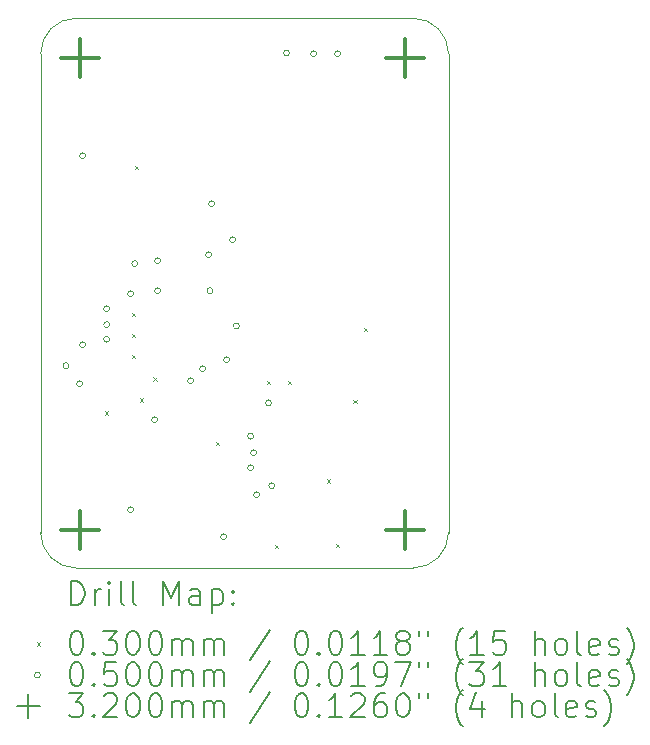
<source format=gbr>
%TF.GenerationSoftware,KiCad,Pcbnew,8.0.8*%
%TF.CreationDate,2025-04-02T15:42:16+05:30*%
%TF.ProjectId,STHDAQ_B1,53544844-4151-45f4-9231-2e6b69636164,rev?*%
%TF.SameCoordinates,Original*%
%TF.FileFunction,Drillmap*%
%TF.FilePolarity,Positive*%
%FSLAX45Y45*%
G04 Gerber Fmt 4.5, Leading zero omitted, Abs format (unit mm)*
G04 Created by KiCad (PCBNEW 8.0.8) date 2025-04-02 15:42:16*
%MOMM*%
%LPD*%
G01*
G04 APERTURE LIST*
%ADD10C,0.050000*%
%ADD11C,0.200000*%
%ADD12C,0.100000*%
%ADD13C,0.320000*%
G04 APERTURE END LIST*
D10*
X16921200Y-5135600D02*
G75*
G02*
X17221200Y-5435600I0J-300000D01*
G01*
X16921200Y-9790668D02*
X14066800Y-9790668D01*
X14066800Y-9790668D02*
G75*
G02*
X13766800Y-9490668I0J300000D01*
G01*
X17221200Y-5435600D02*
X17221200Y-9490668D01*
X17221200Y-9490668D02*
G75*
G02*
X16921200Y-9790668I-300000J0D01*
G01*
X13766800Y-9490668D02*
X13766800Y-5435600D01*
X14066800Y-5135600D02*
X16921200Y-5135600D01*
X13766800Y-5435600D02*
G75*
G02*
X14066800Y-5135600I300000J0D01*
G01*
D11*
D12*
X14310600Y-8464600D02*
X14340600Y-8494600D01*
X14340600Y-8464600D02*
X14310600Y-8494600D01*
X14538000Y-7630400D02*
X14568000Y-7660400D01*
X14568000Y-7630400D02*
X14538000Y-7660400D01*
X14539500Y-7808200D02*
X14569500Y-7838200D01*
X14569500Y-7808200D02*
X14539500Y-7838200D01*
X14539500Y-7986000D02*
X14569500Y-8016000D01*
X14569500Y-7986000D02*
X14539500Y-8016000D01*
X14564600Y-6384200D02*
X14594600Y-6414200D01*
X14594600Y-6384200D02*
X14564600Y-6414200D01*
X14605350Y-8351200D02*
X14635350Y-8381200D01*
X14635350Y-8351200D02*
X14605350Y-8381200D01*
X14720850Y-8177500D02*
X14750850Y-8207500D01*
X14750850Y-8177500D02*
X14720850Y-8207500D01*
X15250400Y-8722600D02*
X15280400Y-8752600D01*
X15280400Y-8722600D02*
X15250400Y-8752600D01*
X15682200Y-8205050D02*
X15712200Y-8235050D01*
X15712200Y-8205050D02*
X15682200Y-8235050D01*
X15749900Y-9594200D02*
X15779900Y-9624200D01*
X15779900Y-9594200D02*
X15749900Y-9624200D01*
X15860000Y-8205050D02*
X15890000Y-8235050D01*
X15890000Y-8205050D02*
X15860000Y-8235050D01*
X16190200Y-9038700D02*
X16220200Y-9068700D01*
X16220200Y-9038700D02*
X16190200Y-9068700D01*
X16266400Y-9586200D02*
X16296400Y-9616200D01*
X16296400Y-9586200D02*
X16266400Y-9616200D01*
X16414000Y-8364000D02*
X16444000Y-8394000D01*
X16444000Y-8364000D02*
X16414000Y-8394000D01*
X16503000Y-7755000D02*
X16533000Y-7785000D01*
X16533000Y-7755000D02*
X16503000Y-7785000D01*
X14006600Y-8077200D02*
G75*
G02*
X13956600Y-8077200I-25000J0D01*
G01*
X13956600Y-8077200D02*
G75*
G02*
X14006600Y-8077200I25000J0D01*
G01*
X14122000Y-8229600D02*
G75*
G02*
X14072000Y-8229600I-25000J0D01*
G01*
X14072000Y-8229600D02*
G75*
G02*
X14122000Y-8229600I25000J0D01*
G01*
X14147400Y-6299200D02*
G75*
G02*
X14097400Y-6299200I-25000J0D01*
G01*
X14097400Y-6299200D02*
G75*
G02*
X14147400Y-6299200I25000J0D01*
G01*
X14147400Y-7899400D02*
G75*
G02*
X14097400Y-7899400I-25000J0D01*
G01*
X14097400Y-7899400D02*
G75*
G02*
X14147400Y-7899400I25000J0D01*
G01*
X14350600Y-7594600D02*
G75*
G02*
X14300600Y-7594600I-25000J0D01*
G01*
X14300600Y-7594600D02*
G75*
G02*
X14350600Y-7594600I25000J0D01*
G01*
X14350600Y-7729600D02*
G75*
G02*
X14300600Y-7729600I-25000J0D01*
G01*
X14300600Y-7729600D02*
G75*
G02*
X14350600Y-7729600I25000J0D01*
G01*
X14350600Y-7854600D02*
G75*
G02*
X14300600Y-7854600I-25000J0D01*
G01*
X14300600Y-7854600D02*
G75*
G02*
X14350600Y-7854600I25000J0D01*
G01*
X14553800Y-7467600D02*
G75*
G02*
X14503800Y-7467600I-25000J0D01*
G01*
X14503800Y-7467600D02*
G75*
G02*
X14553800Y-7467600I25000J0D01*
G01*
X14553800Y-9296400D02*
G75*
G02*
X14503800Y-9296400I-25000J0D01*
G01*
X14503800Y-9296400D02*
G75*
G02*
X14553800Y-9296400I25000J0D01*
G01*
X14589133Y-7213600D02*
G75*
G02*
X14539133Y-7213600I-25000J0D01*
G01*
X14539133Y-7213600D02*
G75*
G02*
X14589133Y-7213600I25000J0D01*
G01*
X14757000Y-8534400D02*
G75*
G02*
X14707000Y-8534400I-25000J0D01*
G01*
X14707000Y-8534400D02*
G75*
G02*
X14757000Y-8534400I25000J0D01*
G01*
X14782400Y-7188200D02*
G75*
G02*
X14732400Y-7188200I-25000J0D01*
G01*
X14732400Y-7188200D02*
G75*
G02*
X14782400Y-7188200I25000J0D01*
G01*
X14782400Y-7442200D02*
G75*
G02*
X14732400Y-7442200I-25000J0D01*
G01*
X14732400Y-7442200D02*
G75*
G02*
X14782400Y-7442200I25000J0D01*
G01*
X15061800Y-8204200D02*
G75*
G02*
X15011800Y-8204200I-25000J0D01*
G01*
X15011800Y-8204200D02*
G75*
G02*
X15061800Y-8204200I25000J0D01*
G01*
X15163400Y-8102600D02*
G75*
G02*
X15113400Y-8102600I-25000J0D01*
G01*
X15113400Y-8102600D02*
G75*
G02*
X15163400Y-8102600I25000J0D01*
G01*
X15214200Y-7137400D02*
G75*
G02*
X15164200Y-7137400I-25000J0D01*
G01*
X15164200Y-7137400D02*
G75*
G02*
X15214200Y-7137400I25000J0D01*
G01*
X15225800Y-7442200D02*
G75*
G02*
X15175800Y-7442200I-25000J0D01*
G01*
X15175800Y-7442200D02*
G75*
G02*
X15225800Y-7442200I25000J0D01*
G01*
X15239600Y-6705600D02*
G75*
G02*
X15189600Y-6705600I-25000J0D01*
G01*
X15189600Y-6705600D02*
G75*
G02*
X15239600Y-6705600I25000J0D01*
G01*
X15341200Y-9525000D02*
G75*
G02*
X15291200Y-9525000I-25000J0D01*
G01*
X15291200Y-9525000D02*
G75*
G02*
X15341200Y-9525000I25000J0D01*
G01*
X15366600Y-8026400D02*
G75*
G02*
X15316600Y-8026400I-25000J0D01*
G01*
X15316600Y-8026400D02*
G75*
G02*
X15366600Y-8026400I25000J0D01*
G01*
X15417400Y-7010400D02*
G75*
G02*
X15367400Y-7010400I-25000J0D01*
G01*
X15367400Y-7010400D02*
G75*
G02*
X15417400Y-7010400I25000J0D01*
G01*
X15449050Y-7741250D02*
G75*
G02*
X15399050Y-7741250I-25000J0D01*
G01*
X15399050Y-7741250D02*
G75*
G02*
X15449050Y-7741250I25000J0D01*
G01*
X15569800Y-8940800D02*
G75*
G02*
X15519800Y-8940800I-25000J0D01*
G01*
X15519800Y-8940800D02*
G75*
G02*
X15569800Y-8940800I25000J0D01*
G01*
X15570540Y-8673960D02*
G75*
G02*
X15520540Y-8673960I-25000J0D01*
G01*
X15520540Y-8673960D02*
G75*
G02*
X15570540Y-8673960I25000J0D01*
G01*
X15595200Y-8813800D02*
G75*
G02*
X15545200Y-8813800I-25000J0D01*
G01*
X15545200Y-8813800D02*
G75*
G02*
X15595200Y-8813800I25000J0D01*
G01*
X15620600Y-9169400D02*
G75*
G02*
X15570600Y-9169400I-25000J0D01*
G01*
X15570600Y-9169400D02*
G75*
G02*
X15620600Y-9169400I25000J0D01*
G01*
X15722200Y-8392550D02*
G75*
G02*
X15672200Y-8392550I-25000J0D01*
G01*
X15672200Y-8392550D02*
G75*
G02*
X15722200Y-8392550I25000J0D01*
G01*
X15748840Y-9094440D02*
G75*
G02*
X15698840Y-9094440I-25000J0D01*
G01*
X15698840Y-9094440D02*
G75*
G02*
X15748840Y-9094440I25000J0D01*
G01*
X15874600Y-5430483D02*
G75*
G02*
X15824600Y-5430483I-25000J0D01*
G01*
X15824600Y-5430483D02*
G75*
G02*
X15874600Y-5430483I25000J0D01*
G01*
X16103200Y-5435600D02*
G75*
G02*
X16053200Y-5435600I-25000J0D01*
G01*
X16053200Y-5435600D02*
G75*
G02*
X16103200Y-5435600I25000J0D01*
G01*
X16306400Y-5435600D02*
G75*
G02*
X16256400Y-5435600I-25000J0D01*
G01*
X16256400Y-5435600D02*
G75*
G02*
X16306400Y-5435600I25000J0D01*
G01*
D13*
X14103000Y-5310500D02*
X14103000Y-5630500D01*
X13943000Y-5470500D02*
X14263000Y-5470500D01*
X14103000Y-9310500D02*
X14103000Y-9630500D01*
X13943000Y-9470500D02*
X14263000Y-9470500D01*
X16853000Y-5310500D02*
X16853000Y-5630500D01*
X16693000Y-5470500D02*
X17013000Y-5470500D01*
X16853000Y-9310500D02*
X16853000Y-9630500D01*
X16693000Y-9470500D02*
X17013000Y-9470500D01*
D11*
X14025077Y-10104652D02*
X14025077Y-9904652D01*
X14025077Y-9904652D02*
X14072696Y-9904652D01*
X14072696Y-9904652D02*
X14101267Y-9914176D01*
X14101267Y-9914176D02*
X14120315Y-9933223D01*
X14120315Y-9933223D02*
X14129839Y-9952271D01*
X14129839Y-9952271D02*
X14139362Y-9990366D01*
X14139362Y-9990366D02*
X14139362Y-10018938D01*
X14139362Y-10018938D02*
X14129839Y-10057033D01*
X14129839Y-10057033D02*
X14120315Y-10076080D01*
X14120315Y-10076080D02*
X14101267Y-10095128D01*
X14101267Y-10095128D02*
X14072696Y-10104652D01*
X14072696Y-10104652D02*
X14025077Y-10104652D01*
X14225077Y-10104652D02*
X14225077Y-9971318D01*
X14225077Y-10009414D02*
X14234601Y-9990366D01*
X14234601Y-9990366D02*
X14244124Y-9980842D01*
X14244124Y-9980842D02*
X14263172Y-9971318D01*
X14263172Y-9971318D02*
X14282220Y-9971318D01*
X14348886Y-10104652D02*
X14348886Y-9971318D01*
X14348886Y-9904652D02*
X14339362Y-9914176D01*
X14339362Y-9914176D02*
X14348886Y-9923699D01*
X14348886Y-9923699D02*
X14358410Y-9914176D01*
X14358410Y-9914176D02*
X14348886Y-9904652D01*
X14348886Y-9904652D02*
X14348886Y-9923699D01*
X14472696Y-10104652D02*
X14453648Y-10095128D01*
X14453648Y-10095128D02*
X14444124Y-10076080D01*
X14444124Y-10076080D02*
X14444124Y-9904652D01*
X14577458Y-10104652D02*
X14558410Y-10095128D01*
X14558410Y-10095128D02*
X14548886Y-10076080D01*
X14548886Y-10076080D02*
X14548886Y-9904652D01*
X14806029Y-10104652D02*
X14806029Y-9904652D01*
X14806029Y-9904652D02*
X14872696Y-10047509D01*
X14872696Y-10047509D02*
X14939362Y-9904652D01*
X14939362Y-9904652D02*
X14939362Y-10104652D01*
X15120315Y-10104652D02*
X15120315Y-9999890D01*
X15120315Y-9999890D02*
X15110791Y-9980842D01*
X15110791Y-9980842D02*
X15091743Y-9971318D01*
X15091743Y-9971318D02*
X15053648Y-9971318D01*
X15053648Y-9971318D02*
X15034601Y-9980842D01*
X15120315Y-10095128D02*
X15101267Y-10104652D01*
X15101267Y-10104652D02*
X15053648Y-10104652D01*
X15053648Y-10104652D02*
X15034601Y-10095128D01*
X15034601Y-10095128D02*
X15025077Y-10076080D01*
X15025077Y-10076080D02*
X15025077Y-10057033D01*
X15025077Y-10057033D02*
X15034601Y-10037985D01*
X15034601Y-10037985D02*
X15053648Y-10028461D01*
X15053648Y-10028461D02*
X15101267Y-10028461D01*
X15101267Y-10028461D02*
X15120315Y-10018938D01*
X15215553Y-9971318D02*
X15215553Y-10171318D01*
X15215553Y-9980842D02*
X15234601Y-9971318D01*
X15234601Y-9971318D02*
X15272696Y-9971318D01*
X15272696Y-9971318D02*
X15291743Y-9980842D01*
X15291743Y-9980842D02*
X15301267Y-9990366D01*
X15301267Y-9990366D02*
X15310791Y-10009414D01*
X15310791Y-10009414D02*
X15310791Y-10066557D01*
X15310791Y-10066557D02*
X15301267Y-10085604D01*
X15301267Y-10085604D02*
X15291743Y-10095128D01*
X15291743Y-10095128D02*
X15272696Y-10104652D01*
X15272696Y-10104652D02*
X15234601Y-10104652D01*
X15234601Y-10104652D02*
X15215553Y-10095128D01*
X15396505Y-10085604D02*
X15406029Y-10095128D01*
X15406029Y-10095128D02*
X15396505Y-10104652D01*
X15396505Y-10104652D02*
X15386982Y-10095128D01*
X15386982Y-10095128D02*
X15396505Y-10085604D01*
X15396505Y-10085604D02*
X15396505Y-10104652D01*
X15396505Y-9980842D02*
X15406029Y-9990366D01*
X15406029Y-9990366D02*
X15396505Y-9999890D01*
X15396505Y-9999890D02*
X15386982Y-9990366D01*
X15386982Y-9990366D02*
X15396505Y-9980842D01*
X15396505Y-9980842D02*
X15396505Y-9999890D01*
D12*
X13734300Y-10418168D02*
X13764300Y-10448168D01*
X13764300Y-10418168D02*
X13734300Y-10448168D01*
D11*
X14063172Y-10324652D02*
X14082220Y-10324652D01*
X14082220Y-10324652D02*
X14101267Y-10334176D01*
X14101267Y-10334176D02*
X14110791Y-10343699D01*
X14110791Y-10343699D02*
X14120315Y-10362747D01*
X14120315Y-10362747D02*
X14129839Y-10400842D01*
X14129839Y-10400842D02*
X14129839Y-10448461D01*
X14129839Y-10448461D02*
X14120315Y-10486557D01*
X14120315Y-10486557D02*
X14110791Y-10505604D01*
X14110791Y-10505604D02*
X14101267Y-10515128D01*
X14101267Y-10515128D02*
X14082220Y-10524652D01*
X14082220Y-10524652D02*
X14063172Y-10524652D01*
X14063172Y-10524652D02*
X14044124Y-10515128D01*
X14044124Y-10515128D02*
X14034601Y-10505604D01*
X14034601Y-10505604D02*
X14025077Y-10486557D01*
X14025077Y-10486557D02*
X14015553Y-10448461D01*
X14015553Y-10448461D02*
X14015553Y-10400842D01*
X14015553Y-10400842D02*
X14025077Y-10362747D01*
X14025077Y-10362747D02*
X14034601Y-10343699D01*
X14034601Y-10343699D02*
X14044124Y-10334176D01*
X14044124Y-10334176D02*
X14063172Y-10324652D01*
X14215553Y-10505604D02*
X14225077Y-10515128D01*
X14225077Y-10515128D02*
X14215553Y-10524652D01*
X14215553Y-10524652D02*
X14206029Y-10515128D01*
X14206029Y-10515128D02*
X14215553Y-10505604D01*
X14215553Y-10505604D02*
X14215553Y-10524652D01*
X14291743Y-10324652D02*
X14415553Y-10324652D01*
X14415553Y-10324652D02*
X14348886Y-10400842D01*
X14348886Y-10400842D02*
X14377458Y-10400842D01*
X14377458Y-10400842D02*
X14396505Y-10410366D01*
X14396505Y-10410366D02*
X14406029Y-10419890D01*
X14406029Y-10419890D02*
X14415553Y-10438938D01*
X14415553Y-10438938D02*
X14415553Y-10486557D01*
X14415553Y-10486557D02*
X14406029Y-10505604D01*
X14406029Y-10505604D02*
X14396505Y-10515128D01*
X14396505Y-10515128D02*
X14377458Y-10524652D01*
X14377458Y-10524652D02*
X14320315Y-10524652D01*
X14320315Y-10524652D02*
X14301267Y-10515128D01*
X14301267Y-10515128D02*
X14291743Y-10505604D01*
X14539362Y-10324652D02*
X14558410Y-10324652D01*
X14558410Y-10324652D02*
X14577458Y-10334176D01*
X14577458Y-10334176D02*
X14586982Y-10343699D01*
X14586982Y-10343699D02*
X14596505Y-10362747D01*
X14596505Y-10362747D02*
X14606029Y-10400842D01*
X14606029Y-10400842D02*
X14606029Y-10448461D01*
X14606029Y-10448461D02*
X14596505Y-10486557D01*
X14596505Y-10486557D02*
X14586982Y-10505604D01*
X14586982Y-10505604D02*
X14577458Y-10515128D01*
X14577458Y-10515128D02*
X14558410Y-10524652D01*
X14558410Y-10524652D02*
X14539362Y-10524652D01*
X14539362Y-10524652D02*
X14520315Y-10515128D01*
X14520315Y-10515128D02*
X14510791Y-10505604D01*
X14510791Y-10505604D02*
X14501267Y-10486557D01*
X14501267Y-10486557D02*
X14491743Y-10448461D01*
X14491743Y-10448461D02*
X14491743Y-10400842D01*
X14491743Y-10400842D02*
X14501267Y-10362747D01*
X14501267Y-10362747D02*
X14510791Y-10343699D01*
X14510791Y-10343699D02*
X14520315Y-10334176D01*
X14520315Y-10334176D02*
X14539362Y-10324652D01*
X14729839Y-10324652D02*
X14748886Y-10324652D01*
X14748886Y-10324652D02*
X14767934Y-10334176D01*
X14767934Y-10334176D02*
X14777458Y-10343699D01*
X14777458Y-10343699D02*
X14786982Y-10362747D01*
X14786982Y-10362747D02*
X14796505Y-10400842D01*
X14796505Y-10400842D02*
X14796505Y-10448461D01*
X14796505Y-10448461D02*
X14786982Y-10486557D01*
X14786982Y-10486557D02*
X14777458Y-10505604D01*
X14777458Y-10505604D02*
X14767934Y-10515128D01*
X14767934Y-10515128D02*
X14748886Y-10524652D01*
X14748886Y-10524652D02*
X14729839Y-10524652D01*
X14729839Y-10524652D02*
X14710791Y-10515128D01*
X14710791Y-10515128D02*
X14701267Y-10505604D01*
X14701267Y-10505604D02*
X14691743Y-10486557D01*
X14691743Y-10486557D02*
X14682220Y-10448461D01*
X14682220Y-10448461D02*
X14682220Y-10400842D01*
X14682220Y-10400842D02*
X14691743Y-10362747D01*
X14691743Y-10362747D02*
X14701267Y-10343699D01*
X14701267Y-10343699D02*
X14710791Y-10334176D01*
X14710791Y-10334176D02*
X14729839Y-10324652D01*
X14882220Y-10524652D02*
X14882220Y-10391318D01*
X14882220Y-10410366D02*
X14891743Y-10400842D01*
X14891743Y-10400842D02*
X14910791Y-10391318D01*
X14910791Y-10391318D02*
X14939363Y-10391318D01*
X14939363Y-10391318D02*
X14958410Y-10400842D01*
X14958410Y-10400842D02*
X14967934Y-10419890D01*
X14967934Y-10419890D02*
X14967934Y-10524652D01*
X14967934Y-10419890D02*
X14977458Y-10400842D01*
X14977458Y-10400842D02*
X14996505Y-10391318D01*
X14996505Y-10391318D02*
X15025077Y-10391318D01*
X15025077Y-10391318D02*
X15044124Y-10400842D01*
X15044124Y-10400842D02*
X15053648Y-10419890D01*
X15053648Y-10419890D02*
X15053648Y-10524652D01*
X15148886Y-10524652D02*
X15148886Y-10391318D01*
X15148886Y-10410366D02*
X15158410Y-10400842D01*
X15158410Y-10400842D02*
X15177458Y-10391318D01*
X15177458Y-10391318D02*
X15206029Y-10391318D01*
X15206029Y-10391318D02*
X15225077Y-10400842D01*
X15225077Y-10400842D02*
X15234601Y-10419890D01*
X15234601Y-10419890D02*
X15234601Y-10524652D01*
X15234601Y-10419890D02*
X15244124Y-10400842D01*
X15244124Y-10400842D02*
X15263172Y-10391318D01*
X15263172Y-10391318D02*
X15291743Y-10391318D01*
X15291743Y-10391318D02*
X15310791Y-10400842D01*
X15310791Y-10400842D02*
X15320315Y-10419890D01*
X15320315Y-10419890D02*
X15320315Y-10524652D01*
X15710791Y-10315128D02*
X15539363Y-10572271D01*
X15967934Y-10324652D02*
X15986982Y-10324652D01*
X15986982Y-10324652D02*
X16006029Y-10334176D01*
X16006029Y-10334176D02*
X16015553Y-10343699D01*
X16015553Y-10343699D02*
X16025077Y-10362747D01*
X16025077Y-10362747D02*
X16034601Y-10400842D01*
X16034601Y-10400842D02*
X16034601Y-10448461D01*
X16034601Y-10448461D02*
X16025077Y-10486557D01*
X16025077Y-10486557D02*
X16015553Y-10505604D01*
X16015553Y-10505604D02*
X16006029Y-10515128D01*
X16006029Y-10515128D02*
X15986982Y-10524652D01*
X15986982Y-10524652D02*
X15967934Y-10524652D01*
X15967934Y-10524652D02*
X15948886Y-10515128D01*
X15948886Y-10515128D02*
X15939363Y-10505604D01*
X15939363Y-10505604D02*
X15929839Y-10486557D01*
X15929839Y-10486557D02*
X15920315Y-10448461D01*
X15920315Y-10448461D02*
X15920315Y-10400842D01*
X15920315Y-10400842D02*
X15929839Y-10362747D01*
X15929839Y-10362747D02*
X15939363Y-10343699D01*
X15939363Y-10343699D02*
X15948886Y-10334176D01*
X15948886Y-10334176D02*
X15967934Y-10324652D01*
X16120315Y-10505604D02*
X16129839Y-10515128D01*
X16129839Y-10515128D02*
X16120315Y-10524652D01*
X16120315Y-10524652D02*
X16110791Y-10515128D01*
X16110791Y-10515128D02*
X16120315Y-10505604D01*
X16120315Y-10505604D02*
X16120315Y-10524652D01*
X16253648Y-10324652D02*
X16272696Y-10324652D01*
X16272696Y-10324652D02*
X16291744Y-10334176D01*
X16291744Y-10334176D02*
X16301267Y-10343699D01*
X16301267Y-10343699D02*
X16310791Y-10362747D01*
X16310791Y-10362747D02*
X16320315Y-10400842D01*
X16320315Y-10400842D02*
X16320315Y-10448461D01*
X16320315Y-10448461D02*
X16310791Y-10486557D01*
X16310791Y-10486557D02*
X16301267Y-10505604D01*
X16301267Y-10505604D02*
X16291744Y-10515128D01*
X16291744Y-10515128D02*
X16272696Y-10524652D01*
X16272696Y-10524652D02*
X16253648Y-10524652D01*
X16253648Y-10524652D02*
X16234601Y-10515128D01*
X16234601Y-10515128D02*
X16225077Y-10505604D01*
X16225077Y-10505604D02*
X16215553Y-10486557D01*
X16215553Y-10486557D02*
X16206029Y-10448461D01*
X16206029Y-10448461D02*
X16206029Y-10400842D01*
X16206029Y-10400842D02*
X16215553Y-10362747D01*
X16215553Y-10362747D02*
X16225077Y-10343699D01*
X16225077Y-10343699D02*
X16234601Y-10334176D01*
X16234601Y-10334176D02*
X16253648Y-10324652D01*
X16510791Y-10524652D02*
X16396506Y-10524652D01*
X16453648Y-10524652D02*
X16453648Y-10324652D01*
X16453648Y-10324652D02*
X16434601Y-10353223D01*
X16434601Y-10353223D02*
X16415553Y-10372271D01*
X16415553Y-10372271D02*
X16396506Y-10381795D01*
X16701267Y-10524652D02*
X16586982Y-10524652D01*
X16644125Y-10524652D02*
X16644125Y-10324652D01*
X16644125Y-10324652D02*
X16625077Y-10353223D01*
X16625077Y-10353223D02*
X16606029Y-10372271D01*
X16606029Y-10372271D02*
X16586982Y-10381795D01*
X16815553Y-10410366D02*
X16796506Y-10400842D01*
X16796506Y-10400842D02*
X16786982Y-10391318D01*
X16786982Y-10391318D02*
X16777458Y-10372271D01*
X16777458Y-10372271D02*
X16777458Y-10362747D01*
X16777458Y-10362747D02*
X16786982Y-10343699D01*
X16786982Y-10343699D02*
X16796506Y-10334176D01*
X16796506Y-10334176D02*
X16815553Y-10324652D01*
X16815553Y-10324652D02*
X16853649Y-10324652D01*
X16853649Y-10324652D02*
X16872696Y-10334176D01*
X16872696Y-10334176D02*
X16882220Y-10343699D01*
X16882220Y-10343699D02*
X16891744Y-10362747D01*
X16891744Y-10362747D02*
X16891744Y-10372271D01*
X16891744Y-10372271D02*
X16882220Y-10391318D01*
X16882220Y-10391318D02*
X16872696Y-10400842D01*
X16872696Y-10400842D02*
X16853649Y-10410366D01*
X16853649Y-10410366D02*
X16815553Y-10410366D01*
X16815553Y-10410366D02*
X16796506Y-10419890D01*
X16796506Y-10419890D02*
X16786982Y-10429414D01*
X16786982Y-10429414D02*
X16777458Y-10448461D01*
X16777458Y-10448461D02*
X16777458Y-10486557D01*
X16777458Y-10486557D02*
X16786982Y-10505604D01*
X16786982Y-10505604D02*
X16796506Y-10515128D01*
X16796506Y-10515128D02*
X16815553Y-10524652D01*
X16815553Y-10524652D02*
X16853649Y-10524652D01*
X16853649Y-10524652D02*
X16872696Y-10515128D01*
X16872696Y-10515128D02*
X16882220Y-10505604D01*
X16882220Y-10505604D02*
X16891744Y-10486557D01*
X16891744Y-10486557D02*
X16891744Y-10448461D01*
X16891744Y-10448461D02*
X16882220Y-10429414D01*
X16882220Y-10429414D02*
X16872696Y-10419890D01*
X16872696Y-10419890D02*
X16853649Y-10410366D01*
X16967934Y-10324652D02*
X16967934Y-10362747D01*
X17044125Y-10324652D02*
X17044125Y-10362747D01*
X17339363Y-10600842D02*
X17329839Y-10591318D01*
X17329839Y-10591318D02*
X17310791Y-10562747D01*
X17310791Y-10562747D02*
X17301268Y-10543699D01*
X17301268Y-10543699D02*
X17291744Y-10515128D01*
X17291744Y-10515128D02*
X17282220Y-10467509D01*
X17282220Y-10467509D02*
X17282220Y-10429414D01*
X17282220Y-10429414D02*
X17291744Y-10381795D01*
X17291744Y-10381795D02*
X17301268Y-10353223D01*
X17301268Y-10353223D02*
X17310791Y-10334176D01*
X17310791Y-10334176D02*
X17329839Y-10305604D01*
X17329839Y-10305604D02*
X17339363Y-10296080D01*
X17520315Y-10524652D02*
X17406030Y-10524652D01*
X17463172Y-10524652D02*
X17463172Y-10324652D01*
X17463172Y-10324652D02*
X17444125Y-10353223D01*
X17444125Y-10353223D02*
X17425077Y-10372271D01*
X17425077Y-10372271D02*
X17406030Y-10381795D01*
X17701268Y-10324652D02*
X17606030Y-10324652D01*
X17606030Y-10324652D02*
X17596506Y-10419890D01*
X17596506Y-10419890D02*
X17606030Y-10410366D01*
X17606030Y-10410366D02*
X17625077Y-10400842D01*
X17625077Y-10400842D02*
X17672696Y-10400842D01*
X17672696Y-10400842D02*
X17691744Y-10410366D01*
X17691744Y-10410366D02*
X17701268Y-10419890D01*
X17701268Y-10419890D02*
X17710791Y-10438938D01*
X17710791Y-10438938D02*
X17710791Y-10486557D01*
X17710791Y-10486557D02*
X17701268Y-10505604D01*
X17701268Y-10505604D02*
X17691744Y-10515128D01*
X17691744Y-10515128D02*
X17672696Y-10524652D01*
X17672696Y-10524652D02*
X17625077Y-10524652D01*
X17625077Y-10524652D02*
X17606030Y-10515128D01*
X17606030Y-10515128D02*
X17596506Y-10505604D01*
X17948887Y-10524652D02*
X17948887Y-10324652D01*
X18034601Y-10524652D02*
X18034601Y-10419890D01*
X18034601Y-10419890D02*
X18025077Y-10400842D01*
X18025077Y-10400842D02*
X18006030Y-10391318D01*
X18006030Y-10391318D02*
X17977458Y-10391318D01*
X17977458Y-10391318D02*
X17958411Y-10400842D01*
X17958411Y-10400842D02*
X17948887Y-10410366D01*
X18158411Y-10524652D02*
X18139363Y-10515128D01*
X18139363Y-10515128D02*
X18129839Y-10505604D01*
X18129839Y-10505604D02*
X18120315Y-10486557D01*
X18120315Y-10486557D02*
X18120315Y-10429414D01*
X18120315Y-10429414D02*
X18129839Y-10410366D01*
X18129839Y-10410366D02*
X18139363Y-10400842D01*
X18139363Y-10400842D02*
X18158411Y-10391318D01*
X18158411Y-10391318D02*
X18186982Y-10391318D01*
X18186982Y-10391318D02*
X18206030Y-10400842D01*
X18206030Y-10400842D02*
X18215553Y-10410366D01*
X18215553Y-10410366D02*
X18225077Y-10429414D01*
X18225077Y-10429414D02*
X18225077Y-10486557D01*
X18225077Y-10486557D02*
X18215553Y-10505604D01*
X18215553Y-10505604D02*
X18206030Y-10515128D01*
X18206030Y-10515128D02*
X18186982Y-10524652D01*
X18186982Y-10524652D02*
X18158411Y-10524652D01*
X18339363Y-10524652D02*
X18320315Y-10515128D01*
X18320315Y-10515128D02*
X18310792Y-10496080D01*
X18310792Y-10496080D02*
X18310792Y-10324652D01*
X18491744Y-10515128D02*
X18472696Y-10524652D01*
X18472696Y-10524652D02*
X18434601Y-10524652D01*
X18434601Y-10524652D02*
X18415553Y-10515128D01*
X18415553Y-10515128D02*
X18406030Y-10496080D01*
X18406030Y-10496080D02*
X18406030Y-10419890D01*
X18406030Y-10419890D02*
X18415553Y-10400842D01*
X18415553Y-10400842D02*
X18434601Y-10391318D01*
X18434601Y-10391318D02*
X18472696Y-10391318D01*
X18472696Y-10391318D02*
X18491744Y-10400842D01*
X18491744Y-10400842D02*
X18501268Y-10419890D01*
X18501268Y-10419890D02*
X18501268Y-10438938D01*
X18501268Y-10438938D02*
X18406030Y-10457985D01*
X18577458Y-10515128D02*
X18596506Y-10524652D01*
X18596506Y-10524652D02*
X18634601Y-10524652D01*
X18634601Y-10524652D02*
X18653649Y-10515128D01*
X18653649Y-10515128D02*
X18663173Y-10496080D01*
X18663173Y-10496080D02*
X18663173Y-10486557D01*
X18663173Y-10486557D02*
X18653649Y-10467509D01*
X18653649Y-10467509D02*
X18634601Y-10457985D01*
X18634601Y-10457985D02*
X18606030Y-10457985D01*
X18606030Y-10457985D02*
X18586982Y-10448461D01*
X18586982Y-10448461D02*
X18577458Y-10429414D01*
X18577458Y-10429414D02*
X18577458Y-10419890D01*
X18577458Y-10419890D02*
X18586982Y-10400842D01*
X18586982Y-10400842D02*
X18606030Y-10391318D01*
X18606030Y-10391318D02*
X18634601Y-10391318D01*
X18634601Y-10391318D02*
X18653649Y-10400842D01*
X18729839Y-10600842D02*
X18739363Y-10591318D01*
X18739363Y-10591318D02*
X18758411Y-10562747D01*
X18758411Y-10562747D02*
X18767934Y-10543699D01*
X18767934Y-10543699D02*
X18777458Y-10515128D01*
X18777458Y-10515128D02*
X18786982Y-10467509D01*
X18786982Y-10467509D02*
X18786982Y-10429414D01*
X18786982Y-10429414D02*
X18777458Y-10381795D01*
X18777458Y-10381795D02*
X18767934Y-10353223D01*
X18767934Y-10353223D02*
X18758411Y-10334176D01*
X18758411Y-10334176D02*
X18739363Y-10305604D01*
X18739363Y-10305604D02*
X18729839Y-10296080D01*
D12*
X13764300Y-10697168D02*
G75*
G02*
X13714300Y-10697168I-25000J0D01*
G01*
X13714300Y-10697168D02*
G75*
G02*
X13764300Y-10697168I25000J0D01*
G01*
D11*
X14063172Y-10588652D02*
X14082220Y-10588652D01*
X14082220Y-10588652D02*
X14101267Y-10598176D01*
X14101267Y-10598176D02*
X14110791Y-10607699D01*
X14110791Y-10607699D02*
X14120315Y-10626747D01*
X14120315Y-10626747D02*
X14129839Y-10664842D01*
X14129839Y-10664842D02*
X14129839Y-10712461D01*
X14129839Y-10712461D02*
X14120315Y-10750557D01*
X14120315Y-10750557D02*
X14110791Y-10769604D01*
X14110791Y-10769604D02*
X14101267Y-10779128D01*
X14101267Y-10779128D02*
X14082220Y-10788652D01*
X14082220Y-10788652D02*
X14063172Y-10788652D01*
X14063172Y-10788652D02*
X14044124Y-10779128D01*
X14044124Y-10779128D02*
X14034601Y-10769604D01*
X14034601Y-10769604D02*
X14025077Y-10750557D01*
X14025077Y-10750557D02*
X14015553Y-10712461D01*
X14015553Y-10712461D02*
X14015553Y-10664842D01*
X14015553Y-10664842D02*
X14025077Y-10626747D01*
X14025077Y-10626747D02*
X14034601Y-10607699D01*
X14034601Y-10607699D02*
X14044124Y-10598176D01*
X14044124Y-10598176D02*
X14063172Y-10588652D01*
X14215553Y-10769604D02*
X14225077Y-10779128D01*
X14225077Y-10779128D02*
X14215553Y-10788652D01*
X14215553Y-10788652D02*
X14206029Y-10779128D01*
X14206029Y-10779128D02*
X14215553Y-10769604D01*
X14215553Y-10769604D02*
X14215553Y-10788652D01*
X14406029Y-10588652D02*
X14310791Y-10588652D01*
X14310791Y-10588652D02*
X14301267Y-10683890D01*
X14301267Y-10683890D02*
X14310791Y-10674366D01*
X14310791Y-10674366D02*
X14329839Y-10664842D01*
X14329839Y-10664842D02*
X14377458Y-10664842D01*
X14377458Y-10664842D02*
X14396505Y-10674366D01*
X14396505Y-10674366D02*
X14406029Y-10683890D01*
X14406029Y-10683890D02*
X14415553Y-10702938D01*
X14415553Y-10702938D02*
X14415553Y-10750557D01*
X14415553Y-10750557D02*
X14406029Y-10769604D01*
X14406029Y-10769604D02*
X14396505Y-10779128D01*
X14396505Y-10779128D02*
X14377458Y-10788652D01*
X14377458Y-10788652D02*
X14329839Y-10788652D01*
X14329839Y-10788652D02*
X14310791Y-10779128D01*
X14310791Y-10779128D02*
X14301267Y-10769604D01*
X14539362Y-10588652D02*
X14558410Y-10588652D01*
X14558410Y-10588652D02*
X14577458Y-10598176D01*
X14577458Y-10598176D02*
X14586982Y-10607699D01*
X14586982Y-10607699D02*
X14596505Y-10626747D01*
X14596505Y-10626747D02*
X14606029Y-10664842D01*
X14606029Y-10664842D02*
X14606029Y-10712461D01*
X14606029Y-10712461D02*
X14596505Y-10750557D01*
X14596505Y-10750557D02*
X14586982Y-10769604D01*
X14586982Y-10769604D02*
X14577458Y-10779128D01*
X14577458Y-10779128D02*
X14558410Y-10788652D01*
X14558410Y-10788652D02*
X14539362Y-10788652D01*
X14539362Y-10788652D02*
X14520315Y-10779128D01*
X14520315Y-10779128D02*
X14510791Y-10769604D01*
X14510791Y-10769604D02*
X14501267Y-10750557D01*
X14501267Y-10750557D02*
X14491743Y-10712461D01*
X14491743Y-10712461D02*
X14491743Y-10664842D01*
X14491743Y-10664842D02*
X14501267Y-10626747D01*
X14501267Y-10626747D02*
X14510791Y-10607699D01*
X14510791Y-10607699D02*
X14520315Y-10598176D01*
X14520315Y-10598176D02*
X14539362Y-10588652D01*
X14729839Y-10588652D02*
X14748886Y-10588652D01*
X14748886Y-10588652D02*
X14767934Y-10598176D01*
X14767934Y-10598176D02*
X14777458Y-10607699D01*
X14777458Y-10607699D02*
X14786982Y-10626747D01*
X14786982Y-10626747D02*
X14796505Y-10664842D01*
X14796505Y-10664842D02*
X14796505Y-10712461D01*
X14796505Y-10712461D02*
X14786982Y-10750557D01*
X14786982Y-10750557D02*
X14777458Y-10769604D01*
X14777458Y-10769604D02*
X14767934Y-10779128D01*
X14767934Y-10779128D02*
X14748886Y-10788652D01*
X14748886Y-10788652D02*
X14729839Y-10788652D01*
X14729839Y-10788652D02*
X14710791Y-10779128D01*
X14710791Y-10779128D02*
X14701267Y-10769604D01*
X14701267Y-10769604D02*
X14691743Y-10750557D01*
X14691743Y-10750557D02*
X14682220Y-10712461D01*
X14682220Y-10712461D02*
X14682220Y-10664842D01*
X14682220Y-10664842D02*
X14691743Y-10626747D01*
X14691743Y-10626747D02*
X14701267Y-10607699D01*
X14701267Y-10607699D02*
X14710791Y-10598176D01*
X14710791Y-10598176D02*
X14729839Y-10588652D01*
X14882220Y-10788652D02*
X14882220Y-10655318D01*
X14882220Y-10674366D02*
X14891743Y-10664842D01*
X14891743Y-10664842D02*
X14910791Y-10655318D01*
X14910791Y-10655318D02*
X14939363Y-10655318D01*
X14939363Y-10655318D02*
X14958410Y-10664842D01*
X14958410Y-10664842D02*
X14967934Y-10683890D01*
X14967934Y-10683890D02*
X14967934Y-10788652D01*
X14967934Y-10683890D02*
X14977458Y-10664842D01*
X14977458Y-10664842D02*
X14996505Y-10655318D01*
X14996505Y-10655318D02*
X15025077Y-10655318D01*
X15025077Y-10655318D02*
X15044124Y-10664842D01*
X15044124Y-10664842D02*
X15053648Y-10683890D01*
X15053648Y-10683890D02*
X15053648Y-10788652D01*
X15148886Y-10788652D02*
X15148886Y-10655318D01*
X15148886Y-10674366D02*
X15158410Y-10664842D01*
X15158410Y-10664842D02*
X15177458Y-10655318D01*
X15177458Y-10655318D02*
X15206029Y-10655318D01*
X15206029Y-10655318D02*
X15225077Y-10664842D01*
X15225077Y-10664842D02*
X15234601Y-10683890D01*
X15234601Y-10683890D02*
X15234601Y-10788652D01*
X15234601Y-10683890D02*
X15244124Y-10664842D01*
X15244124Y-10664842D02*
X15263172Y-10655318D01*
X15263172Y-10655318D02*
X15291743Y-10655318D01*
X15291743Y-10655318D02*
X15310791Y-10664842D01*
X15310791Y-10664842D02*
X15320315Y-10683890D01*
X15320315Y-10683890D02*
X15320315Y-10788652D01*
X15710791Y-10579128D02*
X15539363Y-10836271D01*
X15967934Y-10588652D02*
X15986982Y-10588652D01*
X15986982Y-10588652D02*
X16006029Y-10598176D01*
X16006029Y-10598176D02*
X16015553Y-10607699D01*
X16015553Y-10607699D02*
X16025077Y-10626747D01*
X16025077Y-10626747D02*
X16034601Y-10664842D01*
X16034601Y-10664842D02*
X16034601Y-10712461D01*
X16034601Y-10712461D02*
X16025077Y-10750557D01*
X16025077Y-10750557D02*
X16015553Y-10769604D01*
X16015553Y-10769604D02*
X16006029Y-10779128D01*
X16006029Y-10779128D02*
X15986982Y-10788652D01*
X15986982Y-10788652D02*
X15967934Y-10788652D01*
X15967934Y-10788652D02*
X15948886Y-10779128D01*
X15948886Y-10779128D02*
X15939363Y-10769604D01*
X15939363Y-10769604D02*
X15929839Y-10750557D01*
X15929839Y-10750557D02*
X15920315Y-10712461D01*
X15920315Y-10712461D02*
X15920315Y-10664842D01*
X15920315Y-10664842D02*
X15929839Y-10626747D01*
X15929839Y-10626747D02*
X15939363Y-10607699D01*
X15939363Y-10607699D02*
X15948886Y-10598176D01*
X15948886Y-10598176D02*
X15967934Y-10588652D01*
X16120315Y-10769604D02*
X16129839Y-10779128D01*
X16129839Y-10779128D02*
X16120315Y-10788652D01*
X16120315Y-10788652D02*
X16110791Y-10779128D01*
X16110791Y-10779128D02*
X16120315Y-10769604D01*
X16120315Y-10769604D02*
X16120315Y-10788652D01*
X16253648Y-10588652D02*
X16272696Y-10588652D01*
X16272696Y-10588652D02*
X16291744Y-10598176D01*
X16291744Y-10598176D02*
X16301267Y-10607699D01*
X16301267Y-10607699D02*
X16310791Y-10626747D01*
X16310791Y-10626747D02*
X16320315Y-10664842D01*
X16320315Y-10664842D02*
X16320315Y-10712461D01*
X16320315Y-10712461D02*
X16310791Y-10750557D01*
X16310791Y-10750557D02*
X16301267Y-10769604D01*
X16301267Y-10769604D02*
X16291744Y-10779128D01*
X16291744Y-10779128D02*
X16272696Y-10788652D01*
X16272696Y-10788652D02*
X16253648Y-10788652D01*
X16253648Y-10788652D02*
X16234601Y-10779128D01*
X16234601Y-10779128D02*
X16225077Y-10769604D01*
X16225077Y-10769604D02*
X16215553Y-10750557D01*
X16215553Y-10750557D02*
X16206029Y-10712461D01*
X16206029Y-10712461D02*
X16206029Y-10664842D01*
X16206029Y-10664842D02*
X16215553Y-10626747D01*
X16215553Y-10626747D02*
X16225077Y-10607699D01*
X16225077Y-10607699D02*
X16234601Y-10598176D01*
X16234601Y-10598176D02*
X16253648Y-10588652D01*
X16510791Y-10788652D02*
X16396506Y-10788652D01*
X16453648Y-10788652D02*
X16453648Y-10588652D01*
X16453648Y-10588652D02*
X16434601Y-10617223D01*
X16434601Y-10617223D02*
X16415553Y-10636271D01*
X16415553Y-10636271D02*
X16396506Y-10645795D01*
X16606029Y-10788652D02*
X16644125Y-10788652D01*
X16644125Y-10788652D02*
X16663172Y-10779128D01*
X16663172Y-10779128D02*
X16672696Y-10769604D01*
X16672696Y-10769604D02*
X16691744Y-10741033D01*
X16691744Y-10741033D02*
X16701267Y-10702938D01*
X16701267Y-10702938D02*
X16701267Y-10626747D01*
X16701267Y-10626747D02*
X16691744Y-10607699D01*
X16691744Y-10607699D02*
X16682220Y-10598176D01*
X16682220Y-10598176D02*
X16663172Y-10588652D01*
X16663172Y-10588652D02*
X16625077Y-10588652D01*
X16625077Y-10588652D02*
X16606029Y-10598176D01*
X16606029Y-10598176D02*
X16596506Y-10607699D01*
X16596506Y-10607699D02*
X16586982Y-10626747D01*
X16586982Y-10626747D02*
X16586982Y-10674366D01*
X16586982Y-10674366D02*
X16596506Y-10693414D01*
X16596506Y-10693414D02*
X16606029Y-10702938D01*
X16606029Y-10702938D02*
X16625077Y-10712461D01*
X16625077Y-10712461D02*
X16663172Y-10712461D01*
X16663172Y-10712461D02*
X16682220Y-10702938D01*
X16682220Y-10702938D02*
X16691744Y-10693414D01*
X16691744Y-10693414D02*
X16701267Y-10674366D01*
X16767934Y-10588652D02*
X16901268Y-10588652D01*
X16901268Y-10588652D02*
X16815553Y-10788652D01*
X16967934Y-10588652D02*
X16967934Y-10626747D01*
X17044125Y-10588652D02*
X17044125Y-10626747D01*
X17339363Y-10864842D02*
X17329839Y-10855318D01*
X17329839Y-10855318D02*
X17310791Y-10826747D01*
X17310791Y-10826747D02*
X17301268Y-10807699D01*
X17301268Y-10807699D02*
X17291744Y-10779128D01*
X17291744Y-10779128D02*
X17282220Y-10731509D01*
X17282220Y-10731509D02*
X17282220Y-10693414D01*
X17282220Y-10693414D02*
X17291744Y-10645795D01*
X17291744Y-10645795D02*
X17301268Y-10617223D01*
X17301268Y-10617223D02*
X17310791Y-10598176D01*
X17310791Y-10598176D02*
X17329839Y-10569604D01*
X17329839Y-10569604D02*
X17339363Y-10560080D01*
X17396506Y-10588652D02*
X17520315Y-10588652D01*
X17520315Y-10588652D02*
X17453649Y-10664842D01*
X17453649Y-10664842D02*
X17482220Y-10664842D01*
X17482220Y-10664842D02*
X17501268Y-10674366D01*
X17501268Y-10674366D02*
X17510791Y-10683890D01*
X17510791Y-10683890D02*
X17520315Y-10702938D01*
X17520315Y-10702938D02*
X17520315Y-10750557D01*
X17520315Y-10750557D02*
X17510791Y-10769604D01*
X17510791Y-10769604D02*
X17501268Y-10779128D01*
X17501268Y-10779128D02*
X17482220Y-10788652D01*
X17482220Y-10788652D02*
X17425077Y-10788652D01*
X17425077Y-10788652D02*
X17406030Y-10779128D01*
X17406030Y-10779128D02*
X17396506Y-10769604D01*
X17710791Y-10788652D02*
X17596506Y-10788652D01*
X17653649Y-10788652D02*
X17653649Y-10588652D01*
X17653649Y-10588652D02*
X17634601Y-10617223D01*
X17634601Y-10617223D02*
X17615553Y-10636271D01*
X17615553Y-10636271D02*
X17596506Y-10645795D01*
X17948887Y-10788652D02*
X17948887Y-10588652D01*
X18034601Y-10788652D02*
X18034601Y-10683890D01*
X18034601Y-10683890D02*
X18025077Y-10664842D01*
X18025077Y-10664842D02*
X18006030Y-10655318D01*
X18006030Y-10655318D02*
X17977458Y-10655318D01*
X17977458Y-10655318D02*
X17958411Y-10664842D01*
X17958411Y-10664842D02*
X17948887Y-10674366D01*
X18158411Y-10788652D02*
X18139363Y-10779128D01*
X18139363Y-10779128D02*
X18129839Y-10769604D01*
X18129839Y-10769604D02*
X18120315Y-10750557D01*
X18120315Y-10750557D02*
X18120315Y-10693414D01*
X18120315Y-10693414D02*
X18129839Y-10674366D01*
X18129839Y-10674366D02*
X18139363Y-10664842D01*
X18139363Y-10664842D02*
X18158411Y-10655318D01*
X18158411Y-10655318D02*
X18186982Y-10655318D01*
X18186982Y-10655318D02*
X18206030Y-10664842D01*
X18206030Y-10664842D02*
X18215553Y-10674366D01*
X18215553Y-10674366D02*
X18225077Y-10693414D01*
X18225077Y-10693414D02*
X18225077Y-10750557D01*
X18225077Y-10750557D02*
X18215553Y-10769604D01*
X18215553Y-10769604D02*
X18206030Y-10779128D01*
X18206030Y-10779128D02*
X18186982Y-10788652D01*
X18186982Y-10788652D02*
X18158411Y-10788652D01*
X18339363Y-10788652D02*
X18320315Y-10779128D01*
X18320315Y-10779128D02*
X18310792Y-10760080D01*
X18310792Y-10760080D02*
X18310792Y-10588652D01*
X18491744Y-10779128D02*
X18472696Y-10788652D01*
X18472696Y-10788652D02*
X18434601Y-10788652D01*
X18434601Y-10788652D02*
X18415553Y-10779128D01*
X18415553Y-10779128D02*
X18406030Y-10760080D01*
X18406030Y-10760080D02*
X18406030Y-10683890D01*
X18406030Y-10683890D02*
X18415553Y-10664842D01*
X18415553Y-10664842D02*
X18434601Y-10655318D01*
X18434601Y-10655318D02*
X18472696Y-10655318D01*
X18472696Y-10655318D02*
X18491744Y-10664842D01*
X18491744Y-10664842D02*
X18501268Y-10683890D01*
X18501268Y-10683890D02*
X18501268Y-10702938D01*
X18501268Y-10702938D02*
X18406030Y-10721985D01*
X18577458Y-10779128D02*
X18596506Y-10788652D01*
X18596506Y-10788652D02*
X18634601Y-10788652D01*
X18634601Y-10788652D02*
X18653649Y-10779128D01*
X18653649Y-10779128D02*
X18663173Y-10760080D01*
X18663173Y-10760080D02*
X18663173Y-10750557D01*
X18663173Y-10750557D02*
X18653649Y-10731509D01*
X18653649Y-10731509D02*
X18634601Y-10721985D01*
X18634601Y-10721985D02*
X18606030Y-10721985D01*
X18606030Y-10721985D02*
X18586982Y-10712461D01*
X18586982Y-10712461D02*
X18577458Y-10693414D01*
X18577458Y-10693414D02*
X18577458Y-10683890D01*
X18577458Y-10683890D02*
X18586982Y-10664842D01*
X18586982Y-10664842D02*
X18606030Y-10655318D01*
X18606030Y-10655318D02*
X18634601Y-10655318D01*
X18634601Y-10655318D02*
X18653649Y-10664842D01*
X18729839Y-10864842D02*
X18739363Y-10855318D01*
X18739363Y-10855318D02*
X18758411Y-10826747D01*
X18758411Y-10826747D02*
X18767934Y-10807699D01*
X18767934Y-10807699D02*
X18777458Y-10779128D01*
X18777458Y-10779128D02*
X18786982Y-10731509D01*
X18786982Y-10731509D02*
X18786982Y-10693414D01*
X18786982Y-10693414D02*
X18777458Y-10645795D01*
X18777458Y-10645795D02*
X18767934Y-10617223D01*
X18767934Y-10617223D02*
X18758411Y-10598176D01*
X18758411Y-10598176D02*
X18739363Y-10569604D01*
X18739363Y-10569604D02*
X18729839Y-10560080D01*
X13664300Y-10861168D02*
X13664300Y-11061168D01*
X13564300Y-10961168D02*
X13764300Y-10961168D01*
X14006029Y-10852652D02*
X14129839Y-10852652D01*
X14129839Y-10852652D02*
X14063172Y-10928842D01*
X14063172Y-10928842D02*
X14091743Y-10928842D01*
X14091743Y-10928842D02*
X14110791Y-10938366D01*
X14110791Y-10938366D02*
X14120315Y-10947890D01*
X14120315Y-10947890D02*
X14129839Y-10966938D01*
X14129839Y-10966938D02*
X14129839Y-11014557D01*
X14129839Y-11014557D02*
X14120315Y-11033604D01*
X14120315Y-11033604D02*
X14110791Y-11043128D01*
X14110791Y-11043128D02*
X14091743Y-11052652D01*
X14091743Y-11052652D02*
X14034601Y-11052652D01*
X14034601Y-11052652D02*
X14015553Y-11043128D01*
X14015553Y-11043128D02*
X14006029Y-11033604D01*
X14215553Y-11033604D02*
X14225077Y-11043128D01*
X14225077Y-11043128D02*
X14215553Y-11052652D01*
X14215553Y-11052652D02*
X14206029Y-11043128D01*
X14206029Y-11043128D02*
X14215553Y-11033604D01*
X14215553Y-11033604D02*
X14215553Y-11052652D01*
X14301267Y-10871699D02*
X14310791Y-10862176D01*
X14310791Y-10862176D02*
X14329839Y-10852652D01*
X14329839Y-10852652D02*
X14377458Y-10852652D01*
X14377458Y-10852652D02*
X14396505Y-10862176D01*
X14396505Y-10862176D02*
X14406029Y-10871699D01*
X14406029Y-10871699D02*
X14415553Y-10890747D01*
X14415553Y-10890747D02*
X14415553Y-10909795D01*
X14415553Y-10909795D02*
X14406029Y-10938366D01*
X14406029Y-10938366D02*
X14291743Y-11052652D01*
X14291743Y-11052652D02*
X14415553Y-11052652D01*
X14539362Y-10852652D02*
X14558410Y-10852652D01*
X14558410Y-10852652D02*
X14577458Y-10862176D01*
X14577458Y-10862176D02*
X14586982Y-10871699D01*
X14586982Y-10871699D02*
X14596505Y-10890747D01*
X14596505Y-10890747D02*
X14606029Y-10928842D01*
X14606029Y-10928842D02*
X14606029Y-10976461D01*
X14606029Y-10976461D02*
X14596505Y-11014557D01*
X14596505Y-11014557D02*
X14586982Y-11033604D01*
X14586982Y-11033604D02*
X14577458Y-11043128D01*
X14577458Y-11043128D02*
X14558410Y-11052652D01*
X14558410Y-11052652D02*
X14539362Y-11052652D01*
X14539362Y-11052652D02*
X14520315Y-11043128D01*
X14520315Y-11043128D02*
X14510791Y-11033604D01*
X14510791Y-11033604D02*
X14501267Y-11014557D01*
X14501267Y-11014557D02*
X14491743Y-10976461D01*
X14491743Y-10976461D02*
X14491743Y-10928842D01*
X14491743Y-10928842D02*
X14501267Y-10890747D01*
X14501267Y-10890747D02*
X14510791Y-10871699D01*
X14510791Y-10871699D02*
X14520315Y-10862176D01*
X14520315Y-10862176D02*
X14539362Y-10852652D01*
X14729839Y-10852652D02*
X14748886Y-10852652D01*
X14748886Y-10852652D02*
X14767934Y-10862176D01*
X14767934Y-10862176D02*
X14777458Y-10871699D01*
X14777458Y-10871699D02*
X14786982Y-10890747D01*
X14786982Y-10890747D02*
X14796505Y-10928842D01*
X14796505Y-10928842D02*
X14796505Y-10976461D01*
X14796505Y-10976461D02*
X14786982Y-11014557D01*
X14786982Y-11014557D02*
X14777458Y-11033604D01*
X14777458Y-11033604D02*
X14767934Y-11043128D01*
X14767934Y-11043128D02*
X14748886Y-11052652D01*
X14748886Y-11052652D02*
X14729839Y-11052652D01*
X14729839Y-11052652D02*
X14710791Y-11043128D01*
X14710791Y-11043128D02*
X14701267Y-11033604D01*
X14701267Y-11033604D02*
X14691743Y-11014557D01*
X14691743Y-11014557D02*
X14682220Y-10976461D01*
X14682220Y-10976461D02*
X14682220Y-10928842D01*
X14682220Y-10928842D02*
X14691743Y-10890747D01*
X14691743Y-10890747D02*
X14701267Y-10871699D01*
X14701267Y-10871699D02*
X14710791Y-10862176D01*
X14710791Y-10862176D02*
X14729839Y-10852652D01*
X14882220Y-11052652D02*
X14882220Y-10919318D01*
X14882220Y-10938366D02*
X14891743Y-10928842D01*
X14891743Y-10928842D02*
X14910791Y-10919318D01*
X14910791Y-10919318D02*
X14939363Y-10919318D01*
X14939363Y-10919318D02*
X14958410Y-10928842D01*
X14958410Y-10928842D02*
X14967934Y-10947890D01*
X14967934Y-10947890D02*
X14967934Y-11052652D01*
X14967934Y-10947890D02*
X14977458Y-10928842D01*
X14977458Y-10928842D02*
X14996505Y-10919318D01*
X14996505Y-10919318D02*
X15025077Y-10919318D01*
X15025077Y-10919318D02*
X15044124Y-10928842D01*
X15044124Y-10928842D02*
X15053648Y-10947890D01*
X15053648Y-10947890D02*
X15053648Y-11052652D01*
X15148886Y-11052652D02*
X15148886Y-10919318D01*
X15148886Y-10938366D02*
X15158410Y-10928842D01*
X15158410Y-10928842D02*
X15177458Y-10919318D01*
X15177458Y-10919318D02*
X15206029Y-10919318D01*
X15206029Y-10919318D02*
X15225077Y-10928842D01*
X15225077Y-10928842D02*
X15234601Y-10947890D01*
X15234601Y-10947890D02*
X15234601Y-11052652D01*
X15234601Y-10947890D02*
X15244124Y-10928842D01*
X15244124Y-10928842D02*
X15263172Y-10919318D01*
X15263172Y-10919318D02*
X15291743Y-10919318D01*
X15291743Y-10919318D02*
X15310791Y-10928842D01*
X15310791Y-10928842D02*
X15320315Y-10947890D01*
X15320315Y-10947890D02*
X15320315Y-11052652D01*
X15710791Y-10843128D02*
X15539363Y-11100271D01*
X15967934Y-10852652D02*
X15986982Y-10852652D01*
X15986982Y-10852652D02*
X16006029Y-10862176D01*
X16006029Y-10862176D02*
X16015553Y-10871699D01*
X16015553Y-10871699D02*
X16025077Y-10890747D01*
X16025077Y-10890747D02*
X16034601Y-10928842D01*
X16034601Y-10928842D02*
X16034601Y-10976461D01*
X16034601Y-10976461D02*
X16025077Y-11014557D01*
X16025077Y-11014557D02*
X16015553Y-11033604D01*
X16015553Y-11033604D02*
X16006029Y-11043128D01*
X16006029Y-11043128D02*
X15986982Y-11052652D01*
X15986982Y-11052652D02*
X15967934Y-11052652D01*
X15967934Y-11052652D02*
X15948886Y-11043128D01*
X15948886Y-11043128D02*
X15939363Y-11033604D01*
X15939363Y-11033604D02*
X15929839Y-11014557D01*
X15929839Y-11014557D02*
X15920315Y-10976461D01*
X15920315Y-10976461D02*
X15920315Y-10928842D01*
X15920315Y-10928842D02*
X15929839Y-10890747D01*
X15929839Y-10890747D02*
X15939363Y-10871699D01*
X15939363Y-10871699D02*
X15948886Y-10862176D01*
X15948886Y-10862176D02*
X15967934Y-10852652D01*
X16120315Y-11033604D02*
X16129839Y-11043128D01*
X16129839Y-11043128D02*
X16120315Y-11052652D01*
X16120315Y-11052652D02*
X16110791Y-11043128D01*
X16110791Y-11043128D02*
X16120315Y-11033604D01*
X16120315Y-11033604D02*
X16120315Y-11052652D01*
X16320315Y-11052652D02*
X16206029Y-11052652D01*
X16263172Y-11052652D02*
X16263172Y-10852652D01*
X16263172Y-10852652D02*
X16244125Y-10881223D01*
X16244125Y-10881223D02*
X16225077Y-10900271D01*
X16225077Y-10900271D02*
X16206029Y-10909795D01*
X16396506Y-10871699D02*
X16406029Y-10862176D01*
X16406029Y-10862176D02*
X16425077Y-10852652D01*
X16425077Y-10852652D02*
X16472696Y-10852652D01*
X16472696Y-10852652D02*
X16491744Y-10862176D01*
X16491744Y-10862176D02*
X16501267Y-10871699D01*
X16501267Y-10871699D02*
X16510791Y-10890747D01*
X16510791Y-10890747D02*
X16510791Y-10909795D01*
X16510791Y-10909795D02*
X16501267Y-10938366D01*
X16501267Y-10938366D02*
X16386982Y-11052652D01*
X16386982Y-11052652D02*
X16510791Y-11052652D01*
X16682220Y-10852652D02*
X16644125Y-10852652D01*
X16644125Y-10852652D02*
X16625077Y-10862176D01*
X16625077Y-10862176D02*
X16615553Y-10871699D01*
X16615553Y-10871699D02*
X16596506Y-10900271D01*
X16596506Y-10900271D02*
X16586982Y-10938366D01*
X16586982Y-10938366D02*
X16586982Y-11014557D01*
X16586982Y-11014557D02*
X16596506Y-11033604D01*
X16596506Y-11033604D02*
X16606029Y-11043128D01*
X16606029Y-11043128D02*
X16625077Y-11052652D01*
X16625077Y-11052652D02*
X16663172Y-11052652D01*
X16663172Y-11052652D02*
X16682220Y-11043128D01*
X16682220Y-11043128D02*
X16691744Y-11033604D01*
X16691744Y-11033604D02*
X16701267Y-11014557D01*
X16701267Y-11014557D02*
X16701267Y-10966938D01*
X16701267Y-10966938D02*
X16691744Y-10947890D01*
X16691744Y-10947890D02*
X16682220Y-10938366D01*
X16682220Y-10938366D02*
X16663172Y-10928842D01*
X16663172Y-10928842D02*
X16625077Y-10928842D01*
X16625077Y-10928842D02*
X16606029Y-10938366D01*
X16606029Y-10938366D02*
X16596506Y-10947890D01*
X16596506Y-10947890D02*
X16586982Y-10966938D01*
X16825077Y-10852652D02*
X16844125Y-10852652D01*
X16844125Y-10852652D02*
X16863172Y-10862176D01*
X16863172Y-10862176D02*
X16872696Y-10871699D01*
X16872696Y-10871699D02*
X16882220Y-10890747D01*
X16882220Y-10890747D02*
X16891744Y-10928842D01*
X16891744Y-10928842D02*
X16891744Y-10976461D01*
X16891744Y-10976461D02*
X16882220Y-11014557D01*
X16882220Y-11014557D02*
X16872696Y-11033604D01*
X16872696Y-11033604D02*
X16863172Y-11043128D01*
X16863172Y-11043128D02*
X16844125Y-11052652D01*
X16844125Y-11052652D02*
X16825077Y-11052652D01*
X16825077Y-11052652D02*
X16806029Y-11043128D01*
X16806029Y-11043128D02*
X16796506Y-11033604D01*
X16796506Y-11033604D02*
X16786982Y-11014557D01*
X16786982Y-11014557D02*
X16777458Y-10976461D01*
X16777458Y-10976461D02*
X16777458Y-10928842D01*
X16777458Y-10928842D02*
X16786982Y-10890747D01*
X16786982Y-10890747D02*
X16796506Y-10871699D01*
X16796506Y-10871699D02*
X16806029Y-10862176D01*
X16806029Y-10862176D02*
X16825077Y-10852652D01*
X16967934Y-10852652D02*
X16967934Y-10890747D01*
X17044125Y-10852652D02*
X17044125Y-10890747D01*
X17339363Y-11128842D02*
X17329839Y-11119318D01*
X17329839Y-11119318D02*
X17310791Y-11090747D01*
X17310791Y-11090747D02*
X17301268Y-11071699D01*
X17301268Y-11071699D02*
X17291744Y-11043128D01*
X17291744Y-11043128D02*
X17282220Y-10995509D01*
X17282220Y-10995509D02*
X17282220Y-10957414D01*
X17282220Y-10957414D02*
X17291744Y-10909795D01*
X17291744Y-10909795D02*
X17301268Y-10881223D01*
X17301268Y-10881223D02*
X17310791Y-10862176D01*
X17310791Y-10862176D02*
X17329839Y-10833604D01*
X17329839Y-10833604D02*
X17339363Y-10824080D01*
X17501268Y-10919318D02*
X17501268Y-11052652D01*
X17453649Y-10843128D02*
X17406030Y-10985985D01*
X17406030Y-10985985D02*
X17529839Y-10985985D01*
X17758411Y-11052652D02*
X17758411Y-10852652D01*
X17844125Y-11052652D02*
X17844125Y-10947890D01*
X17844125Y-10947890D02*
X17834601Y-10928842D01*
X17834601Y-10928842D02*
X17815553Y-10919318D01*
X17815553Y-10919318D02*
X17786982Y-10919318D01*
X17786982Y-10919318D02*
X17767934Y-10928842D01*
X17767934Y-10928842D02*
X17758411Y-10938366D01*
X17967934Y-11052652D02*
X17948887Y-11043128D01*
X17948887Y-11043128D02*
X17939363Y-11033604D01*
X17939363Y-11033604D02*
X17929839Y-11014557D01*
X17929839Y-11014557D02*
X17929839Y-10957414D01*
X17929839Y-10957414D02*
X17939363Y-10938366D01*
X17939363Y-10938366D02*
X17948887Y-10928842D01*
X17948887Y-10928842D02*
X17967934Y-10919318D01*
X17967934Y-10919318D02*
X17996506Y-10919318D01*
X17996506Y-10919318D02*
X18015553Y-10928842D01*
X18015553Y-10928842D02*
X18025077Y-10938366D01*
X18025077Y-10938366D02*
X18034601Y-10957414D01*
X18034601Y-10957414D02*
X18034601Y-11014557D01*
X18034601Y-11014557D02*
X18025077Y-11033604D01*
X18025077Y-11033604D02*
X18015553Y-11043128D01*
X18015553Y-11043128D02*
X17996506Y-11052652D01*
X17996506Y-11052652D02*
X17967934Y-11052652D01*
X18148887Y-11052652D02*
X18129839Y-11043128D01*
X18129839Y-11043128D02*
X18120315Y-11024080D01*
X18120315Y-11024080D02*
X18120315Y-10852652D01*
X18301268Y-11043128D02*
X18282220Y-11052652D01*
X18282220Y-11052652D02*
X18244125Y-11052652D01*
X18244125Y-11052652D02*
X18225077Y-11043128D01*
X18225077Y-11043128D02*
X18215553Y-11024080D01*
X18215553Y-11024080D02*
X18215553Y-10947890D01*
X18215553Y-10947890D02*
X18225077Y-10928842D01*
X18225077Y-10928842D02*
X18244125Y-10919318D01*
X18244125Y-10919318D02*
X18282220Y-10919318D01*
X18282220Y-10919318D02*
X18301268Y-10928842D01*
X18301268Y-10928842D02*
X18310792Y-10947890D01*
X18310792Y-10947890D02*
X18310792Y-10966938D01*
X18310792Y-10966938D02*
X18215553Y-10985985D01*
X18386982Y-11043128D02*
X18406030Y-11052652D01*
X18406030Y-11052652D02*
X18444125Y-11052652D01*
X18444125Y-11052652D02*
X18463173Y-11043128D01*
X18463173Y-11043128D02*
X18472696Y-11024080D01*
X18472696Y-11024080D02*
X18472696Y-11014557D01*
X18472696Y-11014557D02*
X18463173Y-10995509D01*
X18463173Y-10995509D02*
X18444125Y-10985985D01*
X18444125Y-10985985D02*
X18415553Y-10985985D01*
X18415553Y-10985985D02*
X18396506Y-10976461D01*
X18396506Y-10976461D02*
X18386982Y-10957414D01*
X18386982Y-10957414D02*
X18386982Y-10947890D01*
X18386982Y-10947890D02*
X18396506Y-10928842D01*
X18396506Y-10928842D02*
X18415553Y-10919318D01*
X18415553Y-10919318D02*
X18444125Y-10919318D01*
X18444125Y-10919318D02*
X18463173Y-10928842D01*
X18539363Y-11128842D02*
X18548887Y-11119318D01*
X18548887Y-11119318D02*
X18567934Y-11090747D01*
X18567934Y-11090747D02*
X18577458Y-11071699D01*
X18577458Y-11071699D02*
X18586982Y-11043128D01*
X18586982Y-11043128D02*
X18596506Y-10995509D01*
X18596506Y-10995509D02*
X18596506Y-10957414D01*
X18596506Y-10957414D02*
X18586982Y-10909795D01*
X18586982Y-10909795D02*
X18577458Y-10881223D01*
X18577458Y-10881223D02*
X18567934Y-10862176D01*
X18567934Y-10862176D02*
X18548887Y-10833604D01*
X18548887Y-10833604D02*
X18539363Y-10824080D01*
M02*

</source>
